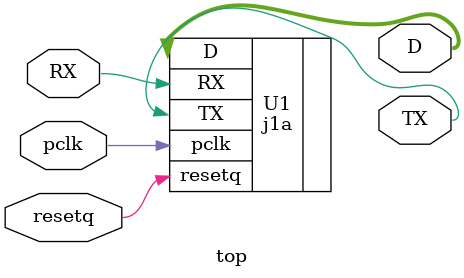
<source format=v>
`default_nettype none


module top(input pclk,
           input RX,
           output TX,
           output [4:0] D,
           input resetq);

j1a U1 (
    .pclk(pclk),
    .TX(TX),
    .RX(RX),
    .D(D),
    .resetq(resetq));

endmodule

</source>
